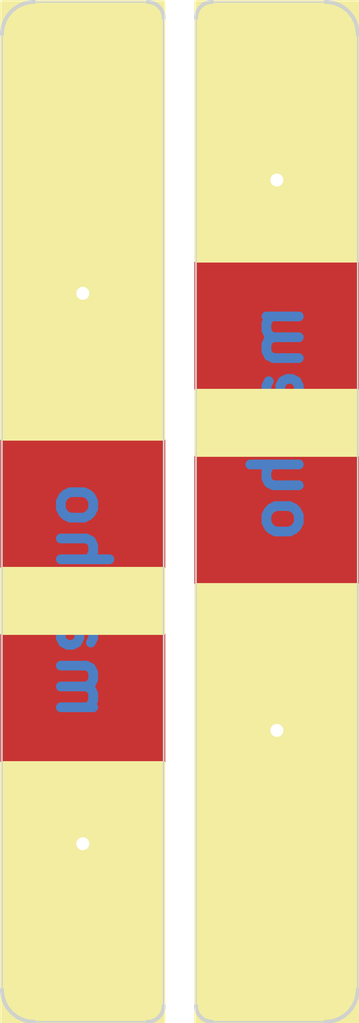
<source format=kicad_pcb>
(kicad_pcb (version 20171130) (host pcbnew "(5.1.5)-2")

  (general
    (thickness 1.6)
    (drawings 40)
    (tracks 12)
    (zones 0)
    (modules 0)
    (nets 1)
  )

  (page A4)
  (layers
    (0 F.Cu signal)
    (31 B.Cu signal)
    (32 B.Adhes user)
    (33 F.Adhes user)
    (34 B.Paste user)
    (35 F.Paste user)
    (36 B.SilkS user)
    (37 F.SilkS user)
    (38 B.Mask user)
    (39 F.Mask user)
    (40 Dwgs.User user)
    (41 Cmts.User user)
    (42 Eco1.User user)
    (43 Eco2.User user)
    (44 Edge.Cuts user)
    (45 Margin user)
    (46 B.CrtYd user)
    (47 F.CrtYd user)
    (48 B.Fab user)
    (49 F.Fab user)
  )

  (setup
    (last_trace_width 0.25)
    (trace_clearance 0.2)
    (zone_clearance 0.508)
    (zone_45_only no)
    (trace_min 0.2)
    (via_size 0.8)
    (via_drill 0.4)
    (via_min_size 0.4)
    (via_min_drill 0.3)
    (uvia_size 0.3)
    (uvia_drill 0.1)
    (uvias_allowed no)
    (uvia_min_size 0.2)
    (uvia_min_drill 0.1)
    (edge_width 0.05)
    (segment_width 0.2)
    (pcb_text_width 0.3)
    (pcb_text_size 1.5 1.5)
    (mod_edge_width 0.12)
    (mod_text_size 1 1)
    (mod_text_width 0.15)
    (pad_size 1.524 1.524)
    (pad_drill 0.762)
    (pad_to_mask_clearance 0.051)
    (solder_mask_min_width 0.25)
    (aux_axis_origin 0 0)
    (visible_elements 7FFFFFFF)
    (pcbplotparams
      (layerselection 0x010fc_ffffffff)
      (usegerberextensions false)
      (usegerberattributes false)
      (usegerberadvancedattributes false)
      (creategerberjobfile false)
      (excludeedgelayer true)
      (linewidth 0.150000)
      (plotframeref false)
      (viasonmask false)
      (mode 1)
      (useauxorigin false)
      (hpglpennumber 1)
      (hpglpenspeed 20)
      (hpglpendiameter 15.000000)
      (psnegative false)
      (psa4output false)
      (plotreference true)
      (plotvalue true)
      (plotinvisibletext false)
      (padsonsilk false)
      (subtractmaskfromsilk false)
      (outputformat 1)
      (mirror false)
      (drillshape 1)
      (scaleselection 1)
      (outputdirectory ""))
  )

  (net 0 "")

  (net_class Default "This is the default net class."
    (clearance 0.2)
    (trace_width 0.25)
    (via_dia 0.8)
    (via_drill 0.4)
    (uvia_dia 0.3)
    (uvia_drill 0.1)
  )

  (gr_poly (pts (xy -6 13.5) (xy -1 13.5) (xy -1 17.5) (xy -6 17.5)) (layer F.Mask) (width 0.1) (tstamp 5E1C0EDF))
  (gr_poly (pts (xy -5 28) (xy -2 28) (xy -2 30.5) (xy -5 30.5)) (layer B.Cu) (width 0.1) (tstamp 5E1C0EDE))
  (gr_line (start -1.5 31.5) (end -5 31.5) (layer Edge.Cuts) (width 0.05) (tstamp 5E1C0EDD))
  (gr_line (start -6 30.5) (end -6 1) (layer Edge.Cuts) (width 0.05) (tstamp 5E1C0EDC))
  (gr_poly (pts (xy -6 13.5) (xy -1 13.5) (xy -1 17.5) (xy -6 17.5)) (layer F.Cu) (width 0.1) (tstamp 5E1C0EDB))
  (gr_poly (pts (xy -6 19.5) (xy -1 19.5) (xy -1 23.5) (xy -6 23.5)) (layer F.Mask) (width 0.1) (tstamp 5E1C0EDA))
  (gr_poly (pts (xy -6 19.5) (xy -1 19.5) (xy -1 23.5) (xy -6 23.5)) (layer F.Cu) (width 0.1) (tstamp 5E1C0ED9))
  (gr_line (start -1.5 0) (end -5 0) (layer Edge.Cuts) (width 0.05) (tstamp 5E1C0ED8))
  (gr_line (start -1 31) (end -1 0.5) (layer Edge.Cuts) (width 0.05) (tstamp 5E1C0ED7))
  (gr_poly (pts (xy -6 23.5) (xy -1 23.5) (xy -1 31.5) (xy -6 31.5)) (layer F.SilkS) (width 0.1) (tstamp 5E1C0ED6))
  (gr_poly (pts (xy -6 0) (xy -1 0) (xy -1 13.5) (xy -6 13.5)) (layer F.SilkS) (width 0.1) (tstamp 5E1C0ED5))
  (gr_arc (start -5 1) (end -5 0) (angle -90) (layer Edge.Cuts) (width 0.12) (tstamp 5E1C0ED4))
  (gr_poly (pts (xy -6 17.5) (xy -1 17.5) (xy -1 19.5) (xy -6 19.5)) (layer F.SilkS) (width 0.1) (tstamp 5E1C0ED3))
  (gr_poly (pts (xy -5 1) (xy -2 1) (xy -2 3.5) (xy -5 3.5)) (layer B.Cu) (width 0.1) (tstamp 5E1C0ED2))
  (gr_poly (pts (xy -5 28) (xy -2 28) (xy -2 30.5) (xy -5 30.5)) (layer B.Mask) (width 0.1) (tstamp 5E1C0ED1))
  (gr_poly (pts (xy -5 1) (xy -2 1) (xy -2 3.5) (xy -5 3.5)) (layer B.Mask) (width 0.1) (tstamp 5E1C0ED0))
  (gr_text "+ makho -" (at -3.5 18.5 270) (layer B.Cu) (tstamp 5E1C0ECF)
    (effects (font (size 1.5 1.5) (thickness 0.3)) (justify mirror))
  )
  (gr_arc (start -1.5 0.5) (end -1 0.5) (angle -90) (layer Edge.Cuts) (width 0.12) (tstamp 5E1C0ECE))
  (gr_arc (start -5 30.5) (end -6 30.5) (angle -90) (layer Edge.Cuts) (width 0.12) (tstamp 5E1C0ECD))
  (gr_arc (start -1.5 31) (end -1.5 31.5) (angle -90) (layer Edge.Cuts) (width 0.12) (tstamp 5E1C0ECC))
  (gr_arc (start 0.5 31) (end 0 31) (angle -90) (layer Edge.Cuts) (width 0.12) (tstamp 5E1C0DE4))
  (gr_arc (start 0.5 0.5) (end 0.5 0) (angle -90) (layer Edge.Cuts) (width 0.12))
  (gr_arc (start 4 1) (end 5 1) (angle -90) (layer Edge.Cuts) (width 0.12) (tstamp 5E1C0DD0))
  (gr_arc (start 4 30.5) (end 4 31.5) (angle -90) (layer Edge.Cuts) (width 0.12))
  (gr_text "+ makho -" (at 2.5 13 90) (layer B.Cu)
    (effects (font (size 1.5 1.5) (thickness 0.3)) (justify mirror))
  )
  (gr_poly (pts (xy 4 3.5) (xy 1 3.5) (xy 1 1) (xy 4 1)) (layer B.Mask) (width 0.1) (tstamp 5E1C0D40))
  (gr_poly (pts (xy 4 30.5) (xy 1 30.5) (xy 1 28) (xy 4 28)) (layer B.Mask) (width 0.1) (tstamp 5E1C0D32))
  (gr_poly (pts (xy 5 12) (xy 0 12) (xy 0 8) (xy 5 8)) (layer F.Mask) (width 0.1) (tstamp 5E1C0D26))
  (gr_poly (pts (xy 5 18) (xy 0 18) (xy 0 14) (xy 5 14)) (layer F.Mask) (width 0.1) (tstamp 5E1C0D1C))
  (gr_poly (pts (xy 4 3.5) (xy 1 3.5) (xy 1 1) (xy 4 1)) (layer B.Cu) (width 0.1) (tstamp 5E1C0CC0))
  (gr_poly (pts (xy 4 30.5) (xy 1 30.5) (xy 1 28) (xy 4 28)) (layer B.Cu) (width 0.1))
  (gr_poly (pts (xy 5 14) (xy 0 14) (xy 0 12) (xy 5 12)) (layer F.SilkS) (width 0.1))
  (gr_poly (pts (xy 5 31.5) (xy 0 31.5) (xy 0 18) (xy 5 18)) (layer F.SilkS) (width 0.1))
  (gr_poly (pts (xy 5 18) (xy 0 18) (xy 0 14) (xy 5 14)) (layer F.Cu) (width 0.1) (tstamp 5E1C0C2A))
  (gr_poly (pts (xy 5 12) (xy 0 12) (xy 0 8) (xy 5 8)) (layer F.Cu) (width 0.1))
  (gr_poly (pts (xy 5 8) (xy 0 8) (xy 0 0) (xy 5 0)) (layer F.SilkS) (width 0.1))
  (gr_line (start 0.5 31.5) (end 4 31.5) (layer Edge.Cuts) (width 0.05) (tstamp 5E1C0BBE))
  (gr_line (start 0.5 0) (end 4 0) (layer Edge.Cuts) (width 0.05))
  (gr_line (start 5 1) (end 5 30.5) (layer Edge.Cuts) (width 0.05) (tstamp 5E1C0B9A))
  (gr_line (start 0 0.5) (end 0 31) (layer Edge.Cuts) (width 0.05))

  (via (at 2.5 22.5) (size 0.8) (drill 0.4) (layers F.Cu B.Cu) (net 0))
  (segment (start 2.5 16) (end 2.5 22.5) (width 0.25) (layer F.Cu) (net 0))
  (via (at 2.5 5.5) (size 0.8) (drill 0.4) (layers F.Cu B.Cu) (net 0))
  (segment (start 2.5 2) (end 2.5 5.5) (width 0.25) (layer B.Cu) (net 0))
  (segment (start 2.5 5.5) (end 2.5 10) (width 0.25) (layer F.Cu) (net 0))
  (segment (start 2.5 29.5) (end 2.5 22.5) (width 0.25) (layer B.Cu) (net 0))
  (via (at -3.5 26) (size 0.8) (drill 0.4) (layers F.Cu B.Cu) (net 0) (tstamp 5E1C0EE0))
  (via (at -3.5 9) (size 0.8) (drill 0.4) (layers F.Cu B.Cu) (net 0) (tstamp 5E1C0EE1))
  (segment (start -3.5 29.5) (end -3.5 26) (width 0.25) (layer B.Cu) (net 0) (tstamp 5E1C0EE2))
  (segment (start -3.5 15.5) (end -3.5 9) (width 0.25) (layer F.Cu) (net 0) (tstamp 5E1C0EE3))
  (segment (start -3.5 26) (end -3.5 21.5) (width 0.25) (layer F.Cu) (net 0) (tstamp 5E1C0EE4))
  (segment (start -3.5 2) (end -3.5 9) (width 0.25) (layer B.Cu) (net 0) (tstamp 5E1C0EE5))

)

</source>
